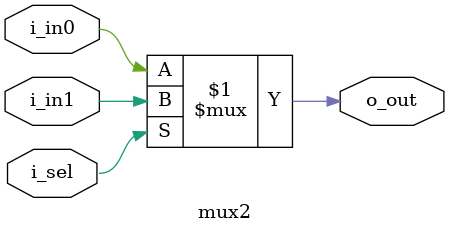
<source format=v>

module barrel_shifter
(
	output [7:0] o_y,
	input  [7:0] i_a,
	input  [2:0] i_k
);

	wire [7:0] pass_or_shift4;
	wire [7:0] pass_or_shift2;

	genvar i;
	generate 
		for (i=0; i<8; i=i+1) begin
			mux2
			u_mux2_0(
				.o_out (pass_or_shift4[i]),
				.i_in0 (i_a[i] 		     ),
				.i_in1 (i_a[(i+4)%8]     ),
				.i_sel (i_k[2]			 )
			);
		end

		for (i=0; i<8; i=i+1) begin
			mux2
			u_mux2_1(
				.o_out (pass_or_shift2[i]	   ),
				.i_in0 (pass_or_shift4[i]	   ),
				.i_in1 (pass_or_shift4[(i+2)%8]),
				.i_sel (i_k[1] 				   )
			);
		end

		for (i=0; i<8; i=i+1) begin
			mux2
			u_mux2_2(
				.o_out (o_y[i]			  	   ),
				.i_in0 (pass_or_shift2[i]	   ),
				.i_in1 (pass_or_shift2[(i+1)%8]),
				.i_sel (i_k[0]				   )
			);
		end
	endgenerate

endmodule

module mux2
(
	output o_out,
	input  i_in0,
	input  i_in1,
	input  i_sel
);

	assign o_out = i_sel ? i_in1 : i_in0;

endmodule

</source>
